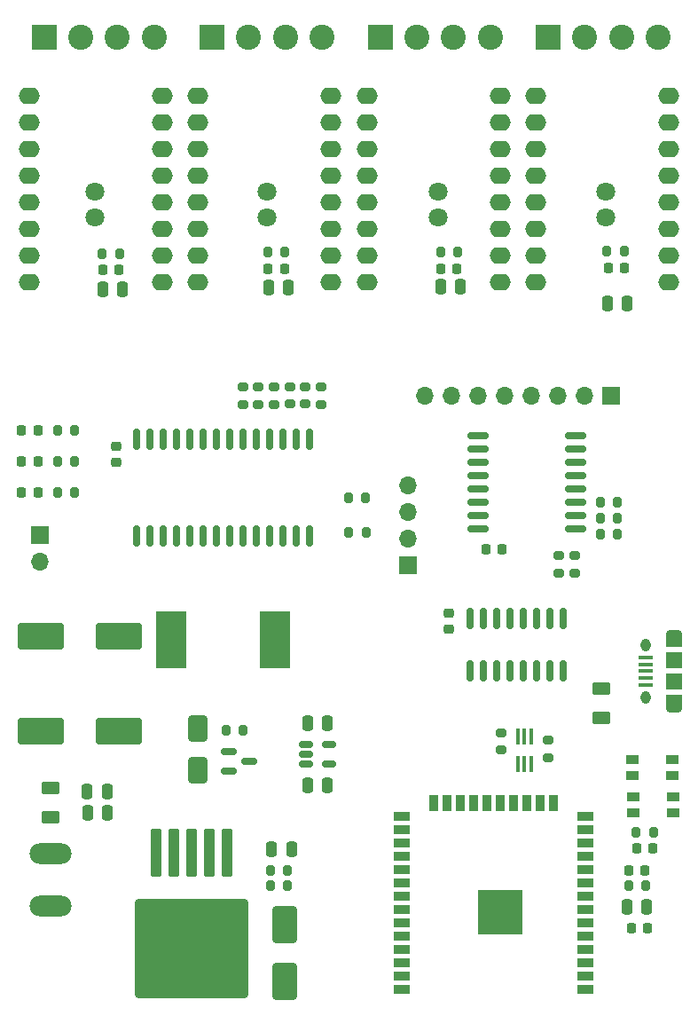
<source format=gts>
G04 #@! TF.GenerationSoftware,KiCad,Pcbnew,8.0.3-8.0.3-0~ubuntu20.04.1*
G04 #@! TF.CreationDate,2024-08-18T22:02:51-04:00*
G04 #@! TF.ProjectId,syringe_pump,73797269-6e67-4655-9f70-756d702e6b69,rev?*
G04 #@! TF.SameCoordinates,Original*
G04 #@! TF.FileFunction,Soldermask,Top*
G04 #@! TF.FilePolarity,Negative*
%FSLAX46Y46*%
G04 Gerber Fmt 4.6, Leading zero omitted, Abs format (unit mm)*
G04 Created by KiCad (PCBNEW 8.0.3-8.0.3-0~ubuntu20.04.1) date 2024-08-18 22:02:51*
%MOMM*%
%LPD*%
G01*
G04 APERTURE LIST*
G04 Aperture macros list*
%AMRoundRect*
0 Rectangle with rounded corners*
0 $1 Rounding radius*
0 $2 $3 $4 $5 $6 $7 $8 $9 X,Y pos of 4 corners*
0 Add a 4 corners polygon primitive as box body*
4,1,4,$2,$3,$4,$5,$6,$7,$8,$9,$2,$3,0*
0 Add four circle primitives for the rounded corners*
1,1,$1+$1,$2,$3*
1,1,$1+$1,$4,$5*
1,1,$1+$1,$6,$7*
1,1,$1+$1,$8,$9*
0 Add four rect primitives between the rounded corners*
20,1,$1+$1,$2,$3,$4,$5,0*
20,1,$1+$1,$4,$5,$6,$7,0*
20,1,$1+$1,$6,$7,$8,$9,0*
20,1,$1+$1,$8,$9,$2,$3,0*%
G04 Aperture macros list end*
%ADD10RoundRect,0.250000X-0.900000X1.500000X-0.900000X-1.500000X0.900000X-1.500000X0.900000X1.500000X0*%
%ADD11RoundRect,0.200000X0.200000X0.275000X-0.200000X0.275000X-0.200000X-0.275000X0.200000X-0.275000X0*%
%ADD12RoundRect,0.250000X-0.250000X-0.475000X0.250000X-0.475000X0.250000X0.475000X-0.250000X0.475000X0*%
%ADD13RoundRect,0.225000X0.225000X0.250000X-0.225000X0.250000X-0.225000X-0.250000X0.225000X-0.250000X0*%
%ADD14RoundRect,0.250000X0.650000X-1.000000X0.650000X1.000000X-0.650000X1.000000X-0.650000X-1.000000X0*%
%ADD15RoundRect,0.200000X0.275000X-0.200000X0.275000X0.200000X-0.275000X0.200000X-0.275000X-0.200000X0*%
%ADD16R,1.500000X0.900000*%
%ADD17R,0.900000X1.500000*%
%ADD18R,4.200000X4.200000*%
%ADD19RoundRect,0.225000X-0.225000X-0.250000X0.225000X-0.250000X0.225000X0.250000X-0.225000X0.250000X0*%
%ADD20RoundRect,0.250000X0.250000X0.475000X-0.250000X0.475000X-0.250000X-0.475000X0.250000X-0.475000X0*%
%ADD21C,1.800000*%
%ADD22RoundRect,0.100000X0.100000X-0.650000X0.100000X0.650000X-0.100000X0.650000X-0.100000X-0.650000X0*%
%ADD23RoundRect,0.250000X-0.300000X2.050000X-0.300000X-2.050000X0.300000X-2.050000X0.300000X2.050000X0*%
%ADD24RoundRect,0.250002X-5.149998X4.449998X-5.149998X-4.449998X5.149998X-4.449998X5.149998X4.449998X0*%
%ADD25RoundRect,0.218750X-0.218750X-0.256250X0.218750X-0.256250X0.218750X0.256250X-0.218750X0.256250X0*%
%ADD26R,1.700000X1.700000*%
%ADD27O,1.700000X1.700000*%
%ADD28RoundRect,0.150000X-0.512500X-0.150000X0.512500X-0.150000X0.512500X0.150000X-0.512500X0.150000X0*%
%ADD29RoundRect,0.250000X-1.950000X-1.000000X1.950000X-1.000000X1.950000X1.000000X-1.950000X1.000000X0*%
%ADD30O,4.000000X2.000000*%
%ADD31RoundRect,0.200000X-0.275000X0.200000X-0.275000X-0.200000X0.275000X-0.200000X0.275000X0.200000X0*%
%ADD32R,1.350000X0.400000*%
%ADD33O,1.550000X0.890000*%
%ADD34R,1.550000X1.200000*%
%ADD35O,0.950000X1.250000*%
%ADD36R,1.550000X1.500000*%
%ADD37R,1.250000X0.900000*%
%ADD38RoundRect,0.200000X-0.200000X-0.275000X0.200000X-0.275000X0.200000X0.275000X-0.200000X0.275000X0*%
%ADD39RoundRect,0.150000X0.150000X-0.825000X0.150000X0.825000X-0.150000X0.825000X-0.150000X-0.825000X0*%
%ADD40R,2.900000X5.400000*%
%ADD41RoundRect,0.150000X0.875000X0.150000X-0.875000X0.150000X-0.875000X-0.150000X0.875000X-0.150000X0*%
%ADD42RoundRect,0.150000X-0.587500X-0.150000X0.587500X-0.150000X0.587500X0.150000X-0.587500X0.150000X0*%
%ADD43RoundRect,0.225000X0.250000X-0.225000X0.250000X0.225000X-0.250000X0.225000X-0.250000X-0.225000X0*%
%ADD44RoundRect,0.250000X-0.625000X0.375000X-0.625000X-0.375000X0.625000X-0.375000X0.625000X0.375000X0*%
%ADD45RoundRect,0.150000X0.150000X-0.875000X0.150000X0.875000X-0.150000X0.875000X-0.150000X-0.875000X0*%
%ADD46RoundRect,0.250000X0.625000X-0.375000X0.625000X0.375000X-0.625000X0.375000X-0.625000X-0.375000X0*%
%ADD47R,2.400000X2.400000*%
%ADD48C,2.400000*%
%ADD49O,2.000000X1.600000*%
G04 APERTURE END LIST*
D10*
X76350000Y-142200000D03*
X76350000Y-147600000D03*
D11*
X56325000Y-98000000D03*
X54675000Y-98000000D03*
D12*
X57500000Y-129500000D03*
X59400000Y-129500000D03*
D13*
X97150000Y-106405000D03*
X95600000Y-106405000D03*
D14*
X68100000Y-127500000D03*
X68100000Y-123500000D03*
D11*
X108775000Y-77950000D03*
X107125000Y-77950000D03*
D15*
X102490000Y-108650000D03*
X102490000Y-107000000D03*
D11*
X108150000Y-101905000D03*
X106500000Y-101905000D03*
D13*
X60550000Y-79750000D03*
X59000000Y-79750000D03*
D16*
X105045000Y-148350000D03*
X105045000Y-147080000D03*
X105045000Y-145810000D03*
X105045000Y-144540000D03*
X105045000Y-143270000D03*
X105045000Y-142000000D03*
X105045000Y-140730000D03*
X105045000Y-139460000D03*
X105045000Y-138190000D03*
X105045000Y-136920000D03*
X105045000Y-135650000D03*
X105045000Y-134380000D03*
X105045000Y-133110000D03*
X105045000Y-131840000D03*
D17*
X102005000Y-130590000D03*
X100735000Y-130590000D03*
X99465000Y-130590000D03*
X98195000Y-130590000D03*
X96925000Y-130590000D03*
X95655000Y-130590000D03*
X94385000Y-130590000D03*
X93115000Y-130590000D03*
X91845000Y-130590000D03*
X90575000Y-130590000D03*
D16*
X87545000Y-131840000D03*
X87545000Y-133110000D03*
X87545000Y-134380000D03*
X87545000Y-135650000D03*
X87545000Y-136920000D03*
X87545000Y-138190000D03*
X87545000Y-139460000D03*
X87545000Y-140730000D03*
X87545000Y-142000000D03*
X87545000Y-143270000D03*
X87545000Y-144540000D03*
X87545000Y-145810000D03*
X87545000Y-147080000D03*
X87545000Y-148350000D03*
D18*
X96975000Y-141010000D03*
D11*
X110825000Y-138500000D03*
X109175000Y-138500000D03*
D19*
X109225000Y-137000000D03*
X110775000Y-137000000D03*
D12*
X78550000Y-128937500D03*
X80450000Y-128937500D03*
D20*
X76700000Y-81400000D03*
X74800000Y-81400000D03*
D21*
X58225000Y-74750000D03*
X58225000Y-72250000D03*
D22*
X98600000Y-126880000D03*
X99250000Y-126880000D03*
X99900000Y-126880000D03*
X99900000Y-124220000D03*
X99250000Y-124220000D03*
X98600000Y-124220000D03*
D23*
X70900000Y-135350000D03*
X69200000Y-135350000D03*
X67500000Y-135350000D03*
D24*
X67500000Y-144500000D03*
D23*
X65800000Y-135350000D03*
X64100000Y-135350000D03*
D12*
X57550000Y-131500000D03*
X59450000Y-131500000D03*
D25*
X51212500Y-95000000D03*
X52787500Y-95000000D03*
D15*
X104050000Y-108625000D03*
X104050000Y-106975000D03*
D11*
X76650000Y-137000000D03*
X75000000Y-137000000D03*
D26*
X107525000Y-91725000D03*
D27*
X104985000Y-91725000D03*
X102445000Y-91725000D03*
X99905000Y-91725000D03*
X97365000Y-91725000D03*
X94825000Y-91725000D03*
X92285000Y-91725000D03*
X89745000Y-91725000D03*
D28*
X78362500Y-124987500D03*
X78362500Y-125937500D03*
X78362500Y-126887500D03*
X80637500Y-126887500D03*
X80637500Y-124987500D03*
D29*
X53100000Y-123700000D03*
X60500000Y-123700000D03*
D19*
X109450000Y-142500000D03*
X111000000Y-142500000D03*
D11*
X108150000Y-104905000D03*
X106500000Y-104905000D03*
D30*
X54000000Y-140450000D03*
X54000000Y-135450000D03*
D11*
X56325000Y-95000000D03*
X54675000Y-95000000D03*
D31*
X97000000Y-123875000D03*
X97000000Y-125525000D03*
D32*
X110800000Y-119300000D03*
X110800000Y-118650000D03*
X110800000Y-118000000D03*
X110800000Y-117350000D03*
X110800000Y-116700000D03*
D33*
X113500000Y-121500000D03*
D34*
X113500000Y-120900000D03*
D35*
X110800000Y-120500000D03*
D36*
X113500000Y-119000000D03*
X113500000Y-117000000D03*
D35*
X110800000Y-115500000D03*
D34*
X113500000Y-115100000D03*
D33*
X113500000Y-114500000D03*
D20*
X93150000Y-81350000D03*
X91250000Y-81350000D03*
D11*
X108150000Y-103405000D03*
X106500000Y-103405000D03*
D37*
X113475000Y-130000000D03*
X109625000Y-130000000D03*
X113475000Y-131500000D03*
X109625000Y-131500000D03*
D31*
X73850000Y-90900000D03*
X73850000Y-92550000D03*
D38*
X70737500Y-123650000D03*
X72387500Y-123650000D03*
D39*
X94055000Y-117975000D03*
X95325000Y-117975000D03*
X96595000Y-117975000D03*
X97865000Y-117975000D03*
X99135000Y-117975000D03*
X100405000Y-117975000D03*
X101675000Y-117975000D03*
X102945000Y-117975000D03*
X102945000Y-113025000D03*
X101675000Y-113025000D03*
X100405000Y-113025000D03*
X99135000Y-113025000D03*
X97865000Y-113025000D03*
X96595000Y-113025000D03*
X95325000Y-113025000D03*
X94055000Y-113025000D03*
D31*
X72350000Y-90900000D03*
X72350000Y-92550000D03*
D11*
X111575000Y-133400000D03*
X109925000Y-133400000D03*
D40*
X65550000Y-115000000D03*
X75450000Y-115000000D03*
D13*
X76325000Y-79600000D03*
X74775000Y-79600000D03*
D20*
X109050000Y-82900000D03*
X107150000Y-82900000D03*
D11*
X60600000Y-78200000D03*
X58950000Y-78200000D03*
D41*
X104150000Y-104445000D03*
X104150000Y-103175000D03*
X104150000Y-101905000D03*
X104150000Y-100635000D03*
X104150000Y-99365000D03*
X104150000Y-98095000D03*
X104150000Y-96825000D03*
X104150000Y-95555000D03*
X94850000Y-95555000D03*
X94850000Y-96825000D03*
X94850000Y-98095000D03*
X94850000Y-99365000D03*
X94850000Y-100635000D03*
X94850000Y-101905000D03*
X94850000Y-103175000D03*
X94850000Y-104445000D03*
D31*
X75350000Y-90900000D03*
X75350000Y-92550000D03*
D15*
X79850000Y-92550000D03*
X79850000Y-90900000D03*
D38*
X75000000Y-138500000D03*
X76650000Y-138500000D03*
D42*
X71062500Y-125650000D03*
X71062500Y-127550000D03*
X72937500Y-126600000D03*
D11*
X84150000Y-104750000D03*
X82500000Y-104750000D03*
D21*
X107000000Y-74750000D03*
X107000000Y-72250000D03*
D43*
X92000000Y-114000000D03*
X92000000Y-112450000D03*
D44*
X106550000Y-119700000D03*
X106550000Y-122500000D03*
D43*
X60250000Y-98125000D03*
X60250000Y-96575000D03*
D29*
X53100000Y-114700000D03*
X60500000Y-114700000D03*
D12*
X109050000Y-140500000D03*
X110950000Y-140500000D03*
D20*
X77000000Y-135000000D03*
X75100000Y-135000000D03*
D15*
X76850000Y-92525000D03*
X76850000Y-90875000D03*
D21*
X74700000Y-74750000D03*
X74700000Y-72250000D03*
D26*
X88175000Y-107920000D03*
D27*
X88175000Y-105380000D03*
X88175000Y-102840000D03*
X88175000Y-100300000D03*
D31*
X101500000Y-124625000D03*
X101500000Y-126275000D03*
D25*
X51212500Y-98000000D03*
X52787500Y-98000000D03*
D13*
X92825000Y-79600000D03*
X91275000Y-79600000D03*
D37*
X113375000Y-126450000D03*
X109525000Y-126450000D03*
X113375000Y-127950000D03*
X109525000Y-127950000D03*
D20*
X80450000Y-122937500D03*
X78550000Y-122937500D03*
D19*
X109975000Y-134900000D03*
X111525000Y-134900000D03*
D15*
X78350000Y-92525000D03*
X78350000Y-90875000D03*
D11*
X84075000Y-101450000D03*
X82425000Y-101450000D03*
D20*
X60900000Y-81600000D03*
X59000000Y-81600000D03*
D26*
X53000000Y-105025000D03*
D27*
X53000000Y-107565000D03*
D21*
X91000000Y-74750000D03*
X91000000Y-72250000D03*
D45*
X62245000Y-105150000D03*
X63515000Y-105150000D03*
X64785000Y-105150000D03*
X66055000Y-105150000D03*
X67325000Y-105150000D03*
X68595000Y-105150000D03*
X69865000Y-105150000D03*
X71135000Y-105150000D03*
X72405000Y-105150000D03*
X73675000Y-105150000D03*
X74945000Y-105150000D03*
X76215000Y-105150000D03*
X77485000Y-105150000D03*
X78755000Y-105150000D03*
X78755000Y-95850000D03*
X77485000Y-95850000D03*
X76215000Y-95850000D03*
X74945000Y-95850000D03*
X73675000Y-95850000D03*
X72405000Y-95850000D03*
X71135000Y-95850000D03*
X69865000Y-95850000D03*
X68595000Y-95850000D03*
X67325000Y-95850000D03*
X66055000Y-95850000D03*
X64785000Y-95850000D03*
X63515000Y-95850000D03*
X62245000Y-95850000D03*
D46*
X54000000Y-131950000D03*
X54000000Y-129150000D03*
D13*
X108825000Y-79500000D03*
X107275000Y-79500000D03*
D11*
X92875000Y-78050000D03*
X91225000Y-78050000D03*
D25*
X51212500Y-101000000D03*
X52787500Y-101000000D03*
D11*
X76375000Y-78050000D03*
X74725000Y-78050000D03*
X56325000Y-101000000D03*
X54675000Y-101000000D03*
D47*
X69433333Y-57500000D03*
D48*
X72933333Y-57500000D03*
X76433333Y-57500000D03*
X79933333Y-57500000D03*
D49*
X68100000Y-80890000D03*
X68100000Y-78350000D03*
X68100000Y-75810000D03*
X68100000Y-73270000D03*
X68100000Y-70730000D03*
X68100000Y-68190000D03*
X68100000Y-65650000D03*
X68100000Y-63110000D03*
X80800000Y-63110000D03*
X80800000Y-65650000D03*
X80800000Y-68190000D03*
X80800000Y-70730000D03*
X80800000Y-73270000D03*
X80800000Y-75810000D03*
X80800000Y-78350000D03*
X80800000Y-80890000D03*
D47*
X53400000Y-57500000D03*
D48*
X56900000Y-57500000D03*
X60400000Y-57500000D03*
X63900000Y-57500000D03*
D47*
X101500000Y-57500000D03*
D48*
X105000000Y-57500000D03*
X108500000Y-57500000D03*
X112000000Y-57500000D03*
D49*
X84200000Y-80890000D03*
X84200000Y-78350000D03*
X84200000Y-75810000D03*
X84200000Y-73270000D03*
X84200000Y-70730000D03*
X84200000Y-68190000D03*
X84200000Y-65650000D03*
X84200000Y-63110000D03*
X96900000Y-63110000D03*
X96900000Y-65650000D03*
X96900000Y-68190000D03*
X96900000Y-70730000D03*
X96900000Y-73270000D03*
X96900000Y-75810000D03*
X96900000Y-78350000D03*
X96900000Y-80890000D03*
D47*
X85466666Y-57500000D03*
D48*
X88966666Y-57500000D03*
X92466666Y-57500000D03*
X95966666Y-57500000D03*
D49*
X52000000Y-80890000D03*
X52000000Y-78350000D03*
X52000000Y-75810000D03*
X52000000Y-73270000D03*
X52000000Y-70730000D03*
X52000000Y-68190000D03*
X52000000Y-65650000D03*
X52000000Y-63110000D03*
X64700000Y-63110000D03*
X64700000Y-65650000D03*
X64700000Y-68190000D03*
X64700000Y-70730000D03*
X64700000Y-73270000D03*
X64700000Y-75810000D03*
X64700000Y-78350000D03*
X64700000Y-80890000D03*
X100300000Y-80890000D03*
X100300000Y-78350000D03*
X100300000Y-75810000D03*
X100300000Y-73270000D03*
X100300000Y-70730000D03*
X100300000Y-68190000D03*
X100300000Y-65650000D03*
X100300000Y-63110000D03*
X113000000Y-63110000D03*
X113000000Y-65650000D03*
X113000000Y-68190000D03*
X113000000Y-70730000D03*
X113000000Y-73270000D03*
X113000000Y-75810000D03*
X113000000Y-78350000D03*
X113000000Y-80890000D03*
M02*

</source>
